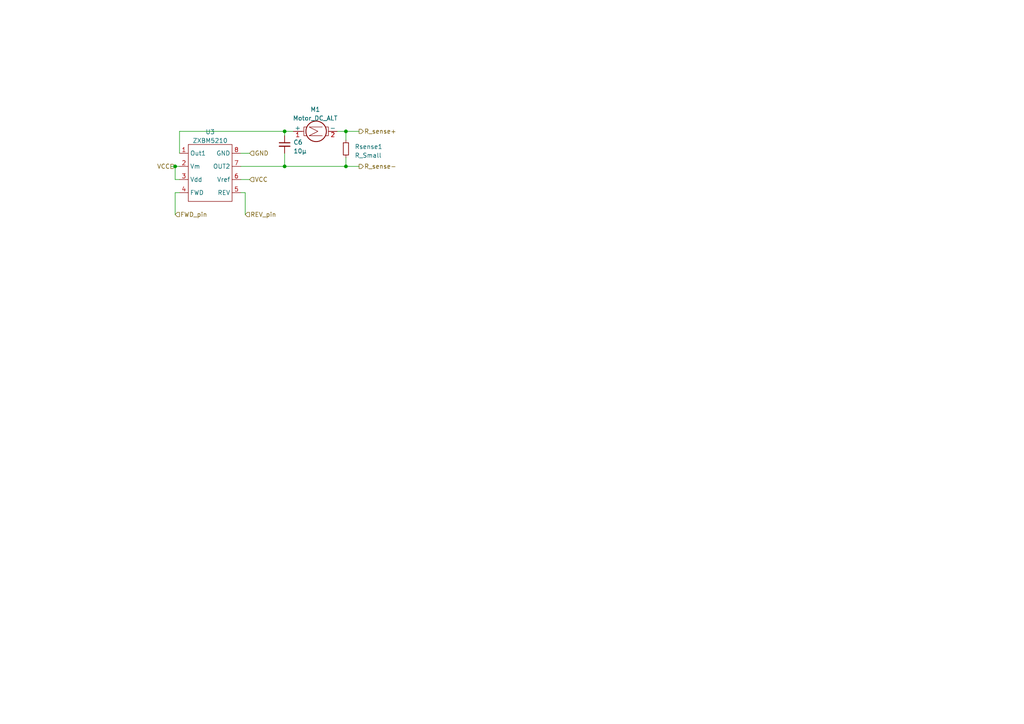
<source format=kicad_sch>
(kicad_sch (version 20230121) (generator eeschema)
  (paper "A4")
  (lib_symbols
    (symbol "Device:C_Small" (pin_numbers hide) (pin_names (offset 0.254) hide)
      (property "Reference" "C" (at 0.254 1.778 0))
      (property "Value" "C_Small" (at 0.254 -2.032 0))
      (symbol "C_Small_0_1"
        (polyline (pts (xy -1.524 -0.508) (xy 1.524 -0.508)) (stroke (width 0.3302)))
        (polyline (pts (xy -1.524 0.508) (xy 1.524 0.508)) (stroke (width 0.3048)))
      )
      (symbol "C_Small_1_1"
        (pin passive line (at 0 2.54 270) (length 2.032) (name "~") (number "1"))
        (pin passive line (at 0 -2.54 90) (length 2.032) (name "~") (number "2"))
      )
    )
    (symbol "Device:R_Small" (pin_numbers hide) (pin_names (offset 0.254) hide)
      (property "Reference" "R" (at 0.762 0.508 0))
      (property "Value" "R_Small" (at 0.762 -1.016 0))
      (symbol "R_Small_0_1"
        (rectangle (start -0.762 1.778) (end 0.762 -1.778) (stroke (width 0.2032)))
      )
      (symbol "R_Small_1_1"
        (pin passive line (at 0 2.54 270) (length 0.762) (name "~") (number "1"))
        (pin passive line (at 0 -2.54 90) (length 0.762) (name "~") (number "2"))
      )
    )
    (symbol "Motor:Motor_DC_ALT" (pin_names (offset 0))
      (property "Reference" "M" (at 2.54 2.54 0))
      (property "Value" "Motor_DC_ALT" (at 2.54 -5.08 0))
      (symbol "Motor_DC_ALT_0_0"
        (circle (center 0 -1.524) (radius 2.9718) (stroke (width 0.254)))
        (polyline (pts (xy -1.27 -4.318) (xy -1.27 -5.08) (xy 1.27 -5.08) (xy 1.27 -4.318)))
        (polyline (pts (xy -1.27 1.27) (xy -1.27 2.032) (xy 1.27 2.032) (xy 1.27 1.27)))
        (polyline (pts (xy -1.27 -3.302) (xy -1.27 0.508) (xy 0 -2.032) (xy 1.27 0.508) (xy 1.27 -3.302)))
      )
      (symbol "Motor_DC_ALT_0_1"
        (polyline (pts (xy 0 2.032) (xy 0 2.54)))
      )
      (symbol "Motor_DC_ALT_1_1"
        (pin passive line (at 0 5.08 270) (length 2.54) (name "+") (number "1"))
        (pin passive line (at 0 -7.62 90) (length 2.54) (name "-") (number "2"))
      )
    )
    (symbol "ZXBM5210:ZXBM5210"
      (property "Reference" "U" (at 0 10.16 0))
      (property "Value" "ZXBM5210" (at 0 7.62 0))
      (symbol "ZXBM5210_0_1"
        (rectangle (start -6.35 6.35) (end 6.35 -10.16) (stroke (width 0.1524)))
      )
      (symbol "ZXBM5210_1_1"
        (pin input line (at -8.89 3.81 0) (length 2.54) (name "Out1") (number "1"))
        (pin input line (at -8.89 0 0) (length 2.54) (name "Vm") (number "2"))
        (pin input line (at -8.89 -3.81 0) (length 2.54) (name "Vdd") (number "3"))
        (pin input line (at -8.89 -7.62 0) (length 2.54) (name "FWD") (number "4"))
        (pin input line (at 8.89 -7.62 180) (length 2.54) (name "REV") (number "5"))
        (pin input line (at 8.89 -3.81 180) (length 2.54) (name "Vref") (number "6"))
        (pin input line (at 8.89 0 180) (length 2.54) (name "OUT2") (number "7"))
        (pin input line (at 8.89 3.81 180) (length 2.54) (name "GND") (number "8"))
      )
    )
  )
  (junction (at 82.55 38.1))
  (junction (at 100.33 48.26))
  (junction (at 82.55 48.26))
  (junction (at 100.33 38.1))
  (junction (at 50.8 48.26))
  (wire (pts (xy 97.79 38.1) (xy 100.33 38.1)))
  (wire (pts (xy 100.33 45.72) (xy 100.33 48.26)))
  (wire (pts (xy 50.8 48.26) (xy 52.07 48.26)))
  (wire (pts (xy 52.07 38.1) (xy 82.55 38.1)))
  (wire (pts (xy 69.85 55.88) (xy 71.12 55.88)))
  (wire (pts (xy 71.12 55.88) (xy 71.12 62.23)))
  (wire (pts (xy 82.55 44.45) (xy 82.55 48.26)))
  (wire (pts (xy 69.85 44.45) (xy 72.39 44.45)))
  (wire (pts (xy 82.55 38.1) (xy 85.09 38.1)))
  (wire (pts (xy 49.53 48.26) (xy 50.8 48.26)))
  (wire (pts (xy 50.8 55.88) (xy 50.8 62.23)))
  (wire (pts (xy 50.8 52.07) (xy 50.8 48.26)))
  (wire (pts (xy 52.07 55.88) (xy 50.8 55.88)))
  (wire (pts (xy 100.33 38.1) (xy 104.14 38.1)))
  (wire (pts (xy 69.85 52.07) (xy 72.39 52.07)))
  (wire (pts (xy 82.55 38.1) (xy 82.55 39.37)))
  (wire (pts (xy 100.33 48.26) (xy 82.55 48.26)))
  (wire (pts (xy 52.07 52.07) (xy 50.8 52.07)))
  (wire (pts (xy 69.85 48.26) (xy 82.55 48.26)))
  (wire (pts (xy 100.33 48.26) (xy 104.14 48.26)))
  (wire (pts (xy 52.07 44.45) (xy 52.07 38.1)))
  (wire (pts (xy 100.33 38.1) (xy 100.33 40.64)))
  (hierarchical_label "VCC" (shape input) (at 50.8 48.26 180))
  (hierarchical_label "VCC" (shape input) (at 72.39 52.07 0))
  (hierarchical_label "GND" (shape input) (at 72.39 44.45 0))
  (hierarchical_label "FWD_pin" (shape input) (at 50.8 62.23 0))
  (hierarchical_label "R_sense-" (shape output) (at 104.14 48.26 0))
  (hierarchical_label "REV_pin" (shape input) (at 71.12 62.23 0))
  (hierarchical_label "R_sense+" (shape output) (at 104.14 38.1 0))
  (symbol (lib_id "Device:R_Small") (at 100.33 43.18 0) (unit 1)
    (property "Reference" "Rsense1" (at 102.87 42.545 0) (effects (justify left)))
    (property "Value" "R_Small" (at 102.87 45.085 0) (effects (justify left)))
    (property "Footprint" "Resistor_SMD:R_1206_3216Metric" (effects hide))
    (instances (project "FC Control board 1.2" (path "" (reference "Rsense1") (unit 1)) (path "" (reference "Rsense2") (unit 1)) (path "" (reference "Rsense1") (unit 1)) (path "" (reference "Rsense3") (unit 1)) (path "" (reference "Rsense4") (unit 1))))
  )
  (symbol (lib_id "Motor:Motor_DC_ALT") (at 90.17 38.1 90) (unit 1)
    (property "Reference" "M1" (at 91.44 31.75 90))
    (property "Value" "Motor_DC_ALT" (at 91.44 34.29 90))
    (property "Footprint" "Connector_JST:JST_EH_B2B-EH-A_1x02_P2.50mm_Vertical" (effects hide))
    (instances (project "FC Control board 1.2" (path "" (reference "M1") (unit 1)) (path "" (reference "M2") (unit 1)) (path "" (reference "M1") (unit 1)) (path "" (reference "M3") (unit 1)) (path "" (reference "M4") (unit 1))))
  )
  (symbol (lib_id "Device:C_Small") (at 82.55 41.91 0) (unit 1)
    (property "Reference" "C6" (at 85.09 41.2813 0) (effects (justify left)))
    (property "Value" "10µ" (at 85.09 43.8213 0) (effects (justify left)))
    (property "Footprint" "Capacitor_SMD:C_0805_2012Metric_Pad1.18x1.45mm_HandSolder" (effects hide))
    (instances (project "linear_motor_controller" (path "" (reference "C6") (unit 1))) (project "FC Control board 1.2" (path "" (reference "C") (unit 1)) (path "" (reference "C11") (unit 1)) (path "" (reference "C12") (unit 1)) (path "" (reference "C13") (unit 1)) (path "" (reference "C14") (unit 1))))
  )
  (symbol (lib_id "ZXBM5210:ZXBM5210") (at 60.96 48.26 0) (unit 1)
    (property "Reference" "U3" (at 60.96 38.261 0))
    (property "Value" "ZXBM5210" (at 60.96 40.7979 0))
    (property "Footprint" "FC_footprint_library:ZXBM5210" (effects hide))
    (instances (project "linear_motor_controller" (path "" (reference "U3") (unit 1))) (project "FC Control board 1.2" (path "" (reference "U5") (unit 1)) (path "" (reference "U8") (unit 1)) (path "" (reference "U5") (unit 1)) (path "" (reference "U10") (unit 1)) (path "" (reference "U11") (unit 1))))
  )
)
</source>
